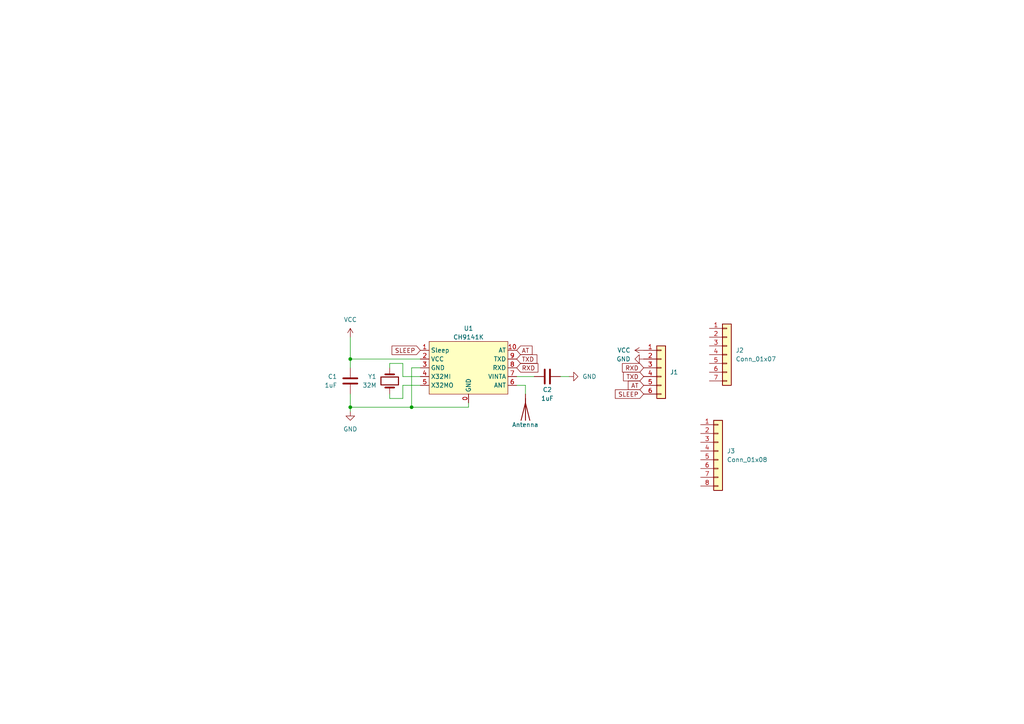
<source format=kicad_sch>
(kicad_sch (version 20230121) (generator eeschema)
  (paper "A4")
  (lib_symbols
    (symbol "Connector_Generic:Conn_01x06" (pin_names (offset 1.016) hide)
      (property "Reference" "J" (at 0 7.62 0))
      (property "Value" "Conn_01x06" (at 0 -10.16 0))
      (symbol "Conn_01x06_1_1"
        (rectangle (start -1.27 -7.493) (end 0 -7.747) (stroke (width 0.1524)))
        (rectangle (start -1.27 -4.953) (end 0 -5.207) (stroke (width 0.1524)))
        (rectangle (start -1.27 -2.413) (end 0 -2.667) (stroke (width 0.1524)))
        (rectangle (start -1.27 0.127) (end 0 -0.127) (stroke (width 0.1524)))
        (rectangle (start -1.27 2.667) (end 0 2.413) (stroke (width 0.1524)))
        (rectangle (start -1.27 5.207) (end 0 4.953) (stroke (width 0.1524)))
        (rectangle (start -1.27 6.35) (end 1.27 -8.89) (stroke (width 0.254)) (fill (type background)))
        (pin passive line (at -5.08 5.08 0) (length 3.81) (name "Pin_1") (number "1"))
        (pin passive line (at -5.08 2.54 0) (length 3.81) (name "Pin_2") (number "2"))
        (pin passive line (at -5.08 0 0) (length 3.81) (name "Pin_3") (number "3"))
        (pin passive line (at -5.08 -2.54 0) (length 3.81) (name "Pin_4") (number "4"))
        (pin passive line (at -5.08 -5.08 0) (length 3.81) (name "Pin_5") (number "5"))
        (pin passive line (at -5.08 -7.62 0) (length 3.81) (name "Pin_6") (number "6"))
      )
    )
    (symbol "Connector_Generic:Conn_01x07" (pin_names (offset 1.016) hide)
      (property "Reference" "J" (at 0 10.16 0))
      (property "Value" "Conn_01x07" (at 0 -10.16 0))
      (symbol "Conn_01x07_1_1"
        (rectangle (start -1.27 -7.493) (end 0 -7.747) (stroke (width 0.1524)))
        (rectangle (start -1.27 -4.953) (end 0 -5.207) (stroke (width 0.1524)))
        (rectangle (start -1.27 -2.413) (end 0 -2.667) (stroke (width 0.1524)))
        (rectangle (start -1.27 0.127) (end 0 -0.127) (stroke (width 0.1524)))
        (rectangle (start -1.27 2.667) (end 0 2.413) (stroke (width 0.1524)))
        (rectangle (start -1.27 5.207) (end 0 4.953) (stroke (width 0.1524)))
        (rectangle (start -1.27 7.747) (end 0 7.493) (stroke (width 0.1524)))
        (rectangle (start -1.27 8.89) (end 1.27 -8.89) (stroke (width 0.254)) (fill (type background)))
        (pin passive line (at -5.08 7.62 0) (length 3.81) (name "Pin_1") (number "1"))
        (pin passive line (at -5.08 5.08 0) (length 3.81) (name "Pin_2") (number "2"))
        (pin passive line (at -5.08 2.54 0) (length 3.81) (name "Pin_3") (number "3"))
        (pin passive line (at -5.08 0 0) (length 3.81) (name "Pin_4") (number "4"))
        (pin passive line (at -5.08 -2.54 0) (length 3.81) (name "Pin_5") (number "5"))
        (pin passive line (at -5.08 -5.08 0) (length 3.81) (name "Pin_6") (number "6"))
        (pin passive line (at -5.08 -7.62 0) (length 3.81) (name "Pin_7") (number "7"))
      )
    )
    (symbol "Connector_Generic:Conn_01x08" (pin_names (offset 1.016) hide)
      (property "Reference" "J" (at 0 10.16 0))
      (property "Value" "Conn_01x08" (at 0 -12.7 0))
      (symbol "Conn_01x08_1_1"
        (rectangle (start -1.27 -10.033) (end 0 -10.287) (stroke (width 0.1524)))
        (rectangle (start -1.27 -7.493) (end 0 -7.747) (stroke (width 0.1524)))
        (rectangle (start -1.27 -4.953) (end 0 -5.207) (stroke (width 0.1524)))
        (rectangle (start -1.27 -2.413) (end 0 -2.667) (stroke (width 0.1524)))
        (rectangle (start -1.27 0.127) (end 0 -0.127) (stroke (width 0.1524)))
        (rectangle (start -1.27 2.667) (end 0 2.413) (stroke (width 0.1524)))
        (rectangle (start -1.27 5.207) (end 0 4.953) (stroke (width 0.1524)))
        (rectangle (start -1.27 7.747) (end 0 7.493) (stroke (width 0.1524)))
        (rectangle (start -1.27 8.89) (end 1.27 -11.43) (stroke (width 0.254)) (fill (type background)))
        (pin passive line (at -5.08 7.62 0) (length 3.81) (name "Pin_1") (number "1"))
        (pin passive line (at -5.08 5.08 0) (length 3.81) (name "Pin_2") (number "2"))
        (pin passive line (at -5.08 2.54 0) (length 3.81) (name "Pin_3") (number "3"))
        (pin passive line (at -5.08 0 0) (length 3.81) (name "Pin_4") (number "4"))
        (pin passive line (at -5.08 -2.54 0) (length 3.81) (name "Pin_5") (number "5"))
        (pin passive line (at -5.08 -5.08 0) (length 3.81) (name "Pin_6") (number "6"))
        (pin passive line (at -5.08 -7.62 0) (length 3.81) (name "Pin_7") (number "7"))
        (pin passive line (at -5.08 -10.16 0) (length 3.81) (name "Pin_8") (number "8"))
      )
    )
    (symbol "Device:Antenna" (pin_numbers hide) (pin_names (offset 1.016) hide)
      (property "Reference" "AE" (at -1.905 1.905 0))
      (property "Value" "Antenna" (at -1.905 0 0))
      (symbol "Antenna_0_1"
        (polyline (pts (xy 0 2.54) (xy 0 -3.81)) (stroke (width 0.254)))
        (polyline (pts (xy 1.27 2.54) (xy 0 -2.54) (xy -1.27 2.54)) (stroke (width 0.254)))
      )
      (symbol "Antenna_1_1"
        (pin input line (at 0 -5.08 90) (length 2.54) (name "A") (number "1"))
      )
    )
    (symbol "Device:C" (pin_numbers hide) (pin_names (offset 0.254))
      (property "Reference" "C" (at 0.635 2.54 0))
      (property "Value" "C" (at 0.635 -2.54 0))
      (symbol "C_0_1"
        (polyline (pts (xy -2.032 -0.762) (xy 2.032 -0.762)) (stroke (width 0.508)))
        (polyline (pts (xy -2.032 0.762) (xy 2.032 0.762)) (stroke (width 0.508)))
      )
      (symbol "C_1_1"
        (pin passive line (at 0 3.81 270) (length 2.794) (name "~") (number "1"))
        (pin passive line (at 0 -3.81 90) (length 2.794) (name "~") (number "2"))
      )
    )
    (symbol "Device:Crystal" (pin_numbers hide) (pin_names (offset 1.016) hide)
      (property "Reference" "Y" (at 0 3.81 0))
      (property "Value" "Crystal" (at 0 -3.81 0))
      (symbol "Crystal_0_1"
        (rectangle (start -1.143 2.54) (end 1.143 -2.54) (stroke (width 0.3048)))
        (polyline (pts (xy -2.54 0) (xy -1.905 0)))
        (polyline (pts (xy -1.905 -1.27) (xy -1.905 1.27)) (stroke (width 0.508)))
        (polyline (pts (xy 1.905 -1.27) (xy 1.905 1.27)) (stroke (width 0.508)))
        (polyline (pts (xy 2.54 0) (xy 1.905 0)))
      )
      (symbol "Crystal_1_1"
        (pin passive line (at -3.81 0 0) (length 1.27) (name "1") (number "1"))
        (pin passive line (at 3.81 0 180) (length 1.27) (name "2") (number "2"))
      )
    )
    (symbol "Library:CH9141K"
      (property "Reference" "U" (at -5.08 12.7 0))
      (property "Value" "CH9141K" (at 1.27 12.7 0))
      (symbol "CH9141K_0_1"
        (rectangle (start -11.43 11.43) (end 11.43 -3.81) (fill (type background)))
      )
      (symbol "CH9141K_1_1"
        (pin passive line (at 0 -6.35 90) (length 2.54) (name "GND") (number "0"))
        (pin input line (at -13.97 8.89 0) (length 2.54) (name "Sleep") (number "1"))
        (pin input line (at 13.97 8.89 180) (length 2.54) (name "AT") (number "10"))
        (pin passive line (at -13.97 6.35 0) (length 2.54) (name "VCC") (number "2"))
        (pin passive line (at -13.97 3.81 0) (length 2.54) (name "GND") (number "3"))
        (pin input line (at -13.97 1.27 0) (length 2.54) (name "X32MI") (number "4"))
        (pin output line (at -13.97 -1.27 0) (length 2.54) (name "X32MO") (number "5"))
        (pin passive line (at 13.97 -1.27 180) (length 2.54) (name "ANT") (number "6"))
        (pin passive line (at 13.97 1.27 180) (length 2.54) (name "VINTA") (number "7"))
        (pin input line (at 13.97 3.81 180) (length 2.54) (name "RXD") (number "8"))
        (pin output line (at 13.97 6.35 180) (length 2.54) (name "TXD") (number "9"))
      )
    )
    (symbol "power:GND" (power) (pin_names (offset 0))
      (property "Value" "GND" (at 0 -3.81 0))
      (symbol "GND_0_1"
        (polyline (pts (xy 0 0) (xy 0 -1.27) (xy 1.27 -1.27) (xy 0 -2.54) (xy -1.27 -1.27) (xy 0 -1.27)))
      )
      (symbol "GND_1_1"
        (pin power_in line (at 0 0 270) (length 0) hide (name "GND") (number "1"))
      )
    )
    (symbol "power:VCC" (power) (pin_names (offset 0))
      (property "Value" "VCC" (at 0 3.81 0))
      (symbol "VCC_0_1"
        (polyline (pts (xy -0.762 1.27) (xy 0 2.54)))
        (polyline (pts (xy 0 0) (xy 0 2.54)))
        (polyline (pts (xy 0 2.54) (xy 0.762 1.27)))
      )
      (symbol "VCC_1_1"
        (pin power_in line (at 0 0 90) (length 0) hide (name "VCC") (number "1"))
      )
    )
  )
  (junction (at 101.6 118.11))
  (junction (at 119.38 118.11))
  (junction (at 101.6 104.14))
  (wire (pts (xy 149.86 109.22) (xy 154.94 109.22)))
  (wire (pts (xy 119.38 106.68) (xy 121.92 106.68)))
  (wire (pts (xy 101.6 118.11) (xy 119.38 118.11)))
  (wire (pts (xy 135.89 116.84) (xy 135.89 118.11)))
  (wire (pts (xy 101.6 118.11) (xy 101.6 119.38)))
  (wire (pts (xy 101.6 114.3) (xy 101.6 118.11)))
  (wire (pts (xy 116.84 109.22) (xy 116.84 105.41)))
  (wire (pts (xy 116.84 115.57) (xy 113.03 115.57)))
  (wire (pts (xy 113.03 115.57) (xy 113.03 114.3)))
  (wire (pts (xy 113.03 105.41) (xy 113.03 106.68)))
  (wire (pts (xy 116.84 111.76) (xy 116.84 115.57)))
  (wire (pts (xy 152.4 111.76) (xy 149.86 111.76)))
  (wire (pts (xy 162.56 109.22) (xy 165.1 109.22)))
  (wire (pts (xy 119.38 118.11) (xy 135.89 118.11)))
  (wire (pts (xy 152.4 114.3) (xy 152.4 111.76)))
  (wire (pts (xy 121.92 109.22) (xy 116.84 109.22)))
  (wire (pts (xy 116.84 105.41) (xy 113.03 105.41)))
  (wire (pts (xy 101.6 104.14) (xy 121.92 104.14)))
  (wire (pts (xy 101.6 97.79) (xy 101.6 104.14)))
  (wire (pts (xy 101.6 104.14) (xy 101.6 106.68)))
  (wire (pts (xy 121.92 111.76) (xy 116.84 111.76)))
  (wire (pts (xy 119.38 106.68) (xy 119.38 118.11)))
  (global_label "RXD" (shape input) (at 186.69 106.68 180) (property "Intersheetrefs" "${INTERSHEET_REFS}" (effects hide)))
  (global_label "AT" (shape input) (at 186.69 111.76 180) (property "Intersheetrefs" "${INTERSHEET_REFS}" (effects hide)))
  (global_label "SLEEP" (shape input) (at 121.92 101.6 180) (property "Intersheetrefs" "${INTERSHEET_REFS}" (effects hide)))
  (global_label "TXD" (shape input) (at 149.86 104.14 0) (property "Intersheetrefs" "${INTERSHEET_REFS}" (effects hide)))
  (global_label "RXD" (shape input) (at 149.86 106.68 0) (property "Intersheetrefs" "${INTERSHEET_REFS}" (effects hide)))
  (global_label "TXD" (shape input) (at 186.69 109.22 180) (property "Intersheetrefs" "${INTERSHEET_REFS}" (effects hide)))
  (global_label "SLEEP" (shape input) (at 186.69 114.3 180) (property "Intersheetrefs" "${INTERSHEET_REFS}" (effects hide)))
  (global_label "AT" (shape input) (at 149.86 101.6 0) (property "Intersheetrefs" "${INTERSHEET_REFS}" (effects hide)))
  (symbol (lib_id "power:GND") (at 186.69 104.14 270) (unit 1)
    (property "Reference" "#PWR05" (effects hide))
    (property "Value" "GND" (at 182.88 104.14 90) (effects (justify right)))
  )
  (symbol (lib_id "power:GND") (at 101.6 119.38 0) (unit 1)
    (property "Reference" "#PWR03" (effects hide))
    (property "Value" "GND" (at 101.6 124.46 0))
  )
  (symbol (lib_id "Library:CH9141K") (at 135.89 110.49 0) (unit 1)
    (property "Reference" "U1" (at 135.89 95.25 0))
    (property "Value" "CH9141K" (at 135.89 97.79 0))
    (property "Footprint" "Library:ESSOP-10" (effects hide))
  )
  (symbol (lib_id "Device:C") (at 101.6 110.49 0) (mirror y) (unit 1)
    (property "Reference" "C1" (at 97.79 109.22 0) (effects (justify left)))
    (property "Value" "1uF" (at 97.79 111.76 0) (effects (justify left)))
    (property "Footprint" "Library:C1206" (effects hide))
  )
  (symbol (lib_id "Device:Antenna") (at 152.4 119.38 180) (unit 1)
    (property "Reference" "AE1" (effects hide))
    (property "Value" "Antenna" (at 156.21 123.19 0) (effects (justify left)))
    (property "Footprint" "RF_Antenna:Texas_SWRA117D_2.4GHz_Left" (effects hide))
  )
  (symbol (lib_id "power:VCC") (at 186.69 101.6 90) (unit 1)
    (property "Reference" "#PWR01" (effects hide))
    (property "Value" "VCC" (at 182.88 101.6 90) (effects (justify left)))
  )
  (symbol (lib_id "power:VCC") (at 101.6 97.79 0) (unit 1)
    (property "Reference" "#PWR02" (effects hide))
    (property "Value" "VCC" (at 101.6 92.71 0))
  )
  (symbol (lib_id "Device:C") (at 158.75 109.22 90) (unit 1)
    (property "Reference" "C2" (at 158.75 113.03 90))
    (property "Value" "1uF" (at 158.75 115.57 90))
    (property "Footprint" "Library:C1206" (effects hide))
  )
  (symbol (lib_id "Connector_Generic:Conn_01x07") (at 210.82 102.87 0) (unit 1)
    (property "Reference" "J2" (at 213.36 101.6 0) (effects (justify left)))
    (property "Value" "Conn_01x07" (at 213.36 104.14 0) (effects (justify left)))
  )
  (symbol (lib_id "power:GND") (at 165.1 109.22 90) (unit 1)
    (property "Reference" "#PWR04" (effects hide))
    (property "Value" "GND" (at 168.91 109.22 90) (effects (justify right)))
  )
  (symbol (lib_id "Device:Crystal") (at 113.03 110.49 270) (mirror x) (unit 1)
    (property "Reference" "Y1" (at 109.22 109.22 90) (effects (justify right)))
    (property "Value" "32M" (at 109.22 111.76 90) (effects (justify right)))
  )
  (symbol (lib_id "Connector_Generic:Conn_01x08") (at 208.28 130.81 0) (unit 1)
    (property "Reference" "J3" (at 210.82 130.81 0) (effects (justify left)))
    (property "Value" "Conn_01x08" (at 210.82 133.35 0) (effects (justify left)))
  )
  (symbol (lib_id "Connector_Generic:Conn_01x06") (at 191.77 106.68 0) (unit 1)
    (property "Reference" "J1" (at 194.31 107.95 0) (effects (justify left)))
    (property "Value" "Conn_01x06" (effects hide))
  )
)
</source>
